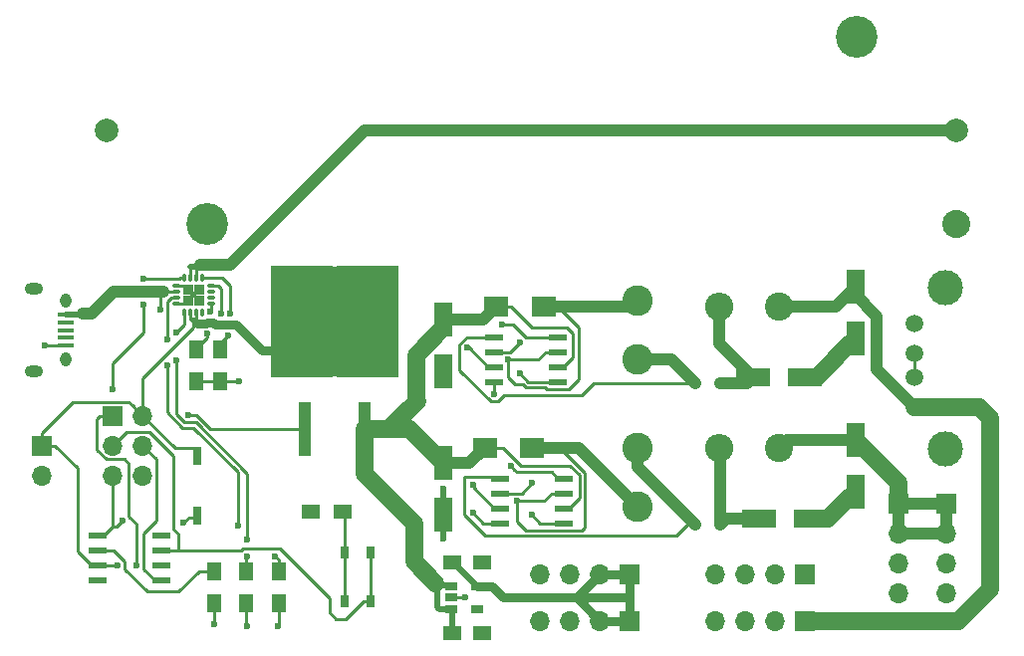
<source format=gtl>
G04 #@! TF.FileFunction,Copper,L1,Top,Signal*
%FSLAX46Y46*%
G04 Gerber Fmt 4.6, Leading zero omitted, Abs format (unit mm)*
G04 Created by KiCad (PCBNEW 4.0.7) date 11/28/17 13:54:14*
%MOMM*%
%LPD*%
G01*
G04 APERTURE LIST*
%ADD10C,0.100000*%
%ADD11R,1.550000X0.600000*%
%ADD12R,1.600000X3.000000*%
%ADD13R,3.000000X1.600000*%
%ADD14R,1.500000X1.250000*%
%ADD15R,0.800000X0.900000*%
%ADD16R,1.300000X1.500000*%
%ADD17R,1.700000X1.700000*%
%ADD18O,1.700000X1.700000*%
%ADD19R,1.350000X0.400000*%
%ADD20O,0.950000X1.250000*%
%ADD21O,1.550000X1.000000*%
%ADD22C,1.500000*%
%ADD23C,3.000000*%
%ADD24C,2.600000*%
%ADD25C,2.400000*%
%ADD26O,2.400000X2.400000*%
%ADD27R,1.100000X4.600000*%
%ADD28R,10.800000X9.400000*%
%ADD29R,5.250000X4.550000*%
%ADD30R,2.000000X1.700000*%
%ADD31C,2.000000*%
%ADD32C,3.550000*%
%ADD33C,2.390000*%
%ADD34O,0.300000X0.750000*%
%ADD35O,0.750000X0.300000*%
%ADD36R,0.900000X0.900000*%
%ADD37C,0.600000*%
%ADD38R,1.060000X0.650000*%
%ADD39R,1.500000X1.300000*%
%ADD40R,0.650000X1.050000*%
%ADD41R,0.760000X1.600000*%
%ADD42C,1.500000*%
%ADD43C,0.500000*%
%ADD44C,0.250000*%
%ADD45C,1.000000*%
%ADD46C,0.750000*%
G04 APERTURE END LIST*
D10*
D11*
X128300000Y-83595000D03*
X128300000Y-84865000D03*
X128300000Y-86135000D03*
X128300000Y-87405000D03*
X133700000Y-87405000D03*
X133700000Y-86135000D03*
X133700000Y-84865000D03*
X133700000Y-83595000D03*
D12*
X123500000Y-70100000D03*
X123500000Y-74500000D03*
D13*
X149800000Y-75000000D03*
X154200000Y-75000000D03*
D12*
X123500000Y-82300000D03*
X123500000Y-86700000D03*
D13*
X150300000Y-87000000D03*
X154700000Y-87000000D03*
D14*
X124250000Y-96750000D03*
X126750000Y-96750000D03*
X124250000Y-90750000D03*
X126750000Y-90750000D03*
D12*
X158500000Y-67300000D03*
X158500000Y-71700000D03*
X158500000Y-80300000D03*
X158500000Y-84700000D03*
D15*
X147000000Y-75500000D03*
X144900000Y-75500000D03*
X147000000Y-87500000D03*
X144900000Y-87500000D03*
D16*
X104000000Y-94200000D03*
X104000000Y-91500000D03*
X109500000Y-94200000D03*
X109500000Y-91500000D03*
X106750000Y-94200000D03*
X106750000Y-91500000D03*
D17*
X154250000Y-95750000D03*
D18*
X151710000Y-95750000D03*
X149170000Y-95750000D03*
X146630000Y-95750000D03*
D17*
X89400000Y-80800000D03*
D18*
X89400000Y-83340000D03*
D19*
X91350000Y-69700000D03*
X91350000Y-70350000D03*
X91350000Y-71000000D03*
X91350000Y-71650000D03*
X91350000Y-72300000D03*
D20*
X91350000Y-68500000D03*
X91350000Y-73500000D03*
D21*
X88650000Y-67500000D03*
X88650000Y-74500000D03*
D22*
X163500000Y-70430000D03*
X163500000Y-72970000D03*
X163500000Y-75000000D03*
X163500000Y-77540000D03*
D23*
X166170000Y-67380000D03*
X166170000Y-81100000D03*
D24*
X140000000Y-73500000D03*
X140000000Y-68500000D03*
X140000000Y-81000000D03*
X140000000Y-86000000D03*
D25*
X152000000Y-69000000D03*
D26*
X146920000Y-69000000D03*
D25*
X152000000Y-81000000D03*
D26*
X146920000Y-81000000D03*
D27*
X111710000Y-79400000D03*
X116790000Y-79400000D03*
D28*
X114250000Y-70250000D03*
D29*
X117025000Y-67825000D03*
X111475000Y-72675000D03*
X111475000Y-67825000D03*
X117025000Y-72675000D03*
D30*
X132000000Y-69000000D03*
X128000000Y-69000000D03*
X131000000Y-81000000D03*
X127000000Y-81000000D03*
D16*
X104500000Y-72650000D03*
X104500000Y-75350000D03*
X102500000Y-72650000D03*
X102500000Y-75350000D03*
D11*
X127800000Y-71595000D03*
X127800000Y-72865000D03*
X127800000Y-74135000D03*
X127800000Y-75405000D03*
X133200000Y-75405000D03*
X133200000Y-74135000D03*
X133200000Y-72865000D03*
X133200000Y-71595000D03*
D31*
X167110000Y-54000000D03*
X94890000Y-54000000D03*
D32*
X158600000Y-46000000D03*
X103400000Y-62000000D03*
D33*
X167110000Y-62000000D03*
D34*
X103000000Y-66525000D03*
X102500000Y-66525000D03*
X102000000Y-66525000D03*
X101500000Y-66525000D03*
D35*
X100775000Y-67250000D03*
X100775000Y-67750000D03*
X100775000Y-68250000D03*
X100775000Y-68750000D03*
D34*
X101500000Y-69475000D03*
X102000000Y-69475000D03*
X102500000Y-69475000D03*
X103000000Y-69475000D03*
D35*
X103725000Y-68750000D03*
X103725000Y-68250000D03*
X103725000Y-67750000D03*
X103725000Y-67250000D03*
D36*
X101800000Y-68450000D03*
X102700000Y-68450000D03*
X101800000Y-67550000D03*
X102700000Y-67550000D03*
D37*
X102250000Y-68000000D03*
X102750000Y-67500000D03*
X102750000Y-68500000D03*
X101750000Y-68500000D03*
X101750000Y-67500000D03*
D38*
X124150000Y-92800000D03*
X124150000Y-93750000D03*
X124150000Y-94700000D03*
X126350000Y-94700000D03*
X126350000Y-92800000D03*
D11*
X94100000Y-88495000D03*
X94100000Y-89765000D03*
X94100000Y-91035000D03*
X94100000Y-92305000D03*
X99500000Y-92305000D03*
X99500000Y-91035000D03*
X99500000Y-89765000D03*
X99500000Y-88495000D03*
D17*
X154250000Y-91750000D03*
D18*
X151710000Y-91750000D03*
X149170000Y-91750000D03*
X146630000Y-91750000D03*
D17*
X166200000Y-85720000D03*
D18*
X166200000Y-88260000D03*
X166200000Y-90800000D03*
X166200000Y-93340000D03*
D17*
X162200000Y-85720000D03*
D18*
X162200000Y-88260000D03*
X162200000Y-90800000D03*
X162200000Y-93340000D03*
D17*
X139330000Y-95750000D03*
D18*
X136790000Y-95750000D03*
X134250000Y-95750000D03*
X131710000Y-95750000D03*
D17*
X139330000Y-91750000D03*
D18*
X136790000Y-91750000D03*
X134250000Y-91750000D03*
X131710000Y-91750000D03*
D17*
X95400000Y-78260000D03*
D18*
X97940000Y-78260000D03*
X95400000Y-80800000D03*
X97940000Y-80800000D03*
X95400000Y-83340000D03*
X97940000Y-83340000D03*
D39*
X114950000Y-86400000D03*
X112250000Y-86400000D03*
D40*
X115125000Y-94075000D03*
X115125000Y-89925000D03*
X117275000Y-94075000D03*
X117275000Y-89925000D03*
D41*
X102600000Y-81660000D03*
X102600000Y-86740000D03*
D37*
X89600000Y-72300000D03*
X131000000Y-84000000D03*
X126000000Y-86500000D03*
X123500000Y-84500000D03*
X123500000Y-88750000D03*
X123500000Y-86700000D03*
X157200000Y-86000000D03*
X156200000Y-87000000D03*
X154700000Y-87000000D03*
X158500000Y-84700000D03*
X157200000Y-73000000D03*
X155700000Y-74500000D03*
X156500000Y-73700000D03*
X158500000Y-71700000D03*
X154200000Y-75000000D03*
X126750000Y-96750000D03*
X126750000Y-90750000D03*
X125300000Y-93750000D03*
X124150000Y-93750000D03*
X112250000Y-86400000D03*
X94100000Y-92305000D03*
X106150000Y-75350000D03*
X130000000Y-72000000D03*
X127800000Y-76400000D03*
X123500000Y-74500000D03*
X125500000Y-72500000D03*
X126032950Y-84125010D03*
X104000000Y-96000000D03*
X101800000Y-78200000D03*
X109400000Y-96150000D03*
X106800000Y-96150000D03*
X95400000Y-76000000D03*
X98000000Y-68800000D03*
X98000000Y-66600000D03*
X99500000Y-91035000D03*
X97400000Y-91000000D03*
X99500000Y-88495000D03*
X95800000Y-91000000D03*
X96200000Y-87200000D03*
X101400000Y-87400000D03*
X103675026Y-69449977D03*
X99400000Y-69200000D03*
X129000000Y-73500000D03*
X129750000Y-85500000D03*
X130000000Y-74700000D03*
X128500000Y-70500000D03*
X129215550Y-82534450D03*
X131000000Y-86700000D03*
X105401221Y-69600005D03*
X105200000Y-71400000D03*
X103411948Y-71292874D03*
X104601218Y-69596410D03*
X106000000Y-87599988D03*
X100000000Y-74000000D03*
X100000000Y-71800000D03*
X109200000Y-90200000D03*
X100800000Y-73600000D03*
X100800000Y-71200000D03*
X106800000Y-88800000D03*
X106800000Y-90200000D03*
D42*
X121250000Y-76990000D02*
X121200000Y-76940000D01*
X123500000Y-70800000D02*
X123500000Y-70100000D01*
X121200000Y-76940000D02*
X121200000Y-73100000D01*
X121200000Y-73100000D02*
X123500000Y-70800000D01*
X116790000Y-79400000D02*
X118840000Y-79400000D01*
X118840000Y-79400000D02*
X121250000Y-76990000D01*
D43*
X123120000Y-92800000D02*
X122827499Y-92507499D01*
X122827499Y-92507499D02*
X124150000Y-92800000D01*
D42*
X121000000Y-87410000D02*
X121000000Y-90680000D01*
X121000000Y-90680000D02*
X122827499Y-92507499D01*
X116790000Y-79400000D02*
X116790000Y-83200000D01*
X116790000Y-83200000D02*
X121000000Y-87410000D01*
X116790000Y-79400000D02*
X120600000Y-79400000D01*
X120600000Y-79400000D02*
X123500000Y-82300000D01*
D43*
X123000000Y-94580000D02*
X123000000Y-92920000D01*
X123000000Y-92920000D02*
X123120000Y-92800000D01*
X124150000Y-94700000D02*
X123120000Y-94700000D01*
X123120000Y-94700000D02*
X123000000Y-94580000D01*
X124250000Y-96750000D02*
X124250000Y-94800000D01*
X124250000Y-94800000D02*
X124150000Y-94700000D01*
D44*
X134500000Y-71234998D02*
X134500000Y-73310000D01*
X134500000Y-73310000D02*
X133675000Y-74135000D01*
X133675000Y-74135000D02*
X133200000Y-74135000D01*
X131000000Y-70750000D02*
X134015002Y-70750000D01*
X134015002Y-70750000D02*
X134500000Y-71234998D01*
X128000000Y-69000000D02*
X129250000Y-69000000D01*
X129250000Y-69000000D02*
X131000000Y-70750000D01*
X135049989Y-83284987D02*
X135049989Y-85260011D01*
X130064998Y-82500000D02*
X134265002Y-82500000D01*
X135049989Y-85260011D02*
X134175000Y-86135000D01*
X134265002Y-82500000D02*
X135049989Y-83284987D01*
X128564998Y-81000000D02*
X130064998Y-82500000D01*
X127000000Y-81000000D02*
X128564998Y-81000000D01*
X134175000Y-86135000D02*
X133700000Y-86135000D01*
D45*
X123500000Y-70100000D02*
X126900000Y-70100000D01*
X126900000Y-70100000D02*
X128000000Y-69000000D01*
X123500000Y-82300000D02*
X125700000Y-82300000D01*
X125700000Y-82300000D02*
X127000000Y-81000000D01*
D44*
X91350000Y-72300000D02*
X89600000Y-72300000D01*
X128300000Y-84865000D02*
X130135000Y-84865000D01*
X130135000Y-84865000D02*
X131000000Y-84000000D01*
X128300000Y-87405000D02*
X126905000Y-87405000D01*
X126905000Y-87405000D02*
X126000000Y-86500000D01*
D43*
X123500000Y-86700000D02*
X123500000Y-84500000D01*
X123500000Y-86700000D02*
X123500000Y-88750000D01*
D42*
X157200000Y-86000000D02*
X158500000Y-84700000D01*
X156200000Y-87000000D02*
X157200000Y-86000000D01*
X154700000Y-87000000D02*
X156200000Y-87000000D01*
X157200000Y-73000000D02*
X158500000Y-71700000D01*
X156500000Y-73700000D02*
X157200000Y-73000000D01*
X155700000Y-74500000D02*
X156500000Y-73700000D01*
X154200000Y-75000000D02*
X155200000Y-75000000D01*
X155200000Y-75000000D02*
X155700000Y-74500000D01*
D44*
X124150000Y-93750000D02*
X125300000Y-93750000D01*
X104500000Y-75350000D02*
X106150000Y-75350000D01*
X102500000Y-75350000D02*
X104500000Y-75350000D01*
X129135000Y-72865000D02*
X130000000Y-72000000D01*
X127800000Y-72865000D02*
X129135000Y-72865000D01*
X127800000Y-75405000D02*
X127800000Y-76400000D01*
X100775000Y-68750000D02*
X101500000Y-68750000D01*
X101500000Y-68750000D02*
X101750000Y-68500000D01*
X100775000Y-67250000D02*
X101500000Y-67250000D01*
X101500000Y-67250000D02*
X101750000Y-67500000D01*
X127800000Y-74135000D02*
X127325000Y-74135000D01*
X127325000Y-74135000D02*
X125690000Y-72500000D01*
X125690000Y-72500000D02*
X125500000Y-72500000D01*
D42*
X170000000Y-93000000D02*
X167250000Y-95750000D01*
X167250000Y-95750000D02*
X154250000Y-95750000D01*
X170000000Y-78500000D02*
X170000000Y-93000000D01*
X169040000Y-77540000D02*
X170000000Y-78500000D01*
X163500000Y-77540000D02*
X169040000Y-77540000D01*
D45*
X158500000Y-67300000D02*
X158500000Y-68000000D01*
X158500000Y-68000000D02*
X160300000Y-69800000D01*
X160300000Y-69800000D02*
X160300000Y-74340000D01*
X160300000Y-74340000D02*
X162750001Y-76790001D01*
X162750001Y-76790001D02*
X163500000Y-77540000D01*
X152000000Y-69000000D02*
X156800000Y-69000000D01*
X156800000Y-69000000D02*
X158500000Y-67300000D01*
D44*
X127825000Y-86135000D02*
X126032950Y-84342950D01*
X128300000Y-86135000D02*
X127825000Y-86135000D01*
X126032950Y-84342950D02*
X126032950Y-84125010D01*
D42*
X158500000Y-80300000D02*
X162200000Y-84000000D01*
X162200000Y-84000000D02*
X162200000Y-85720000D01*
D45*
X166200000Y-88260000D02*
X166200000Y-85720000D01*
X162200000Y-88260000D02*
X162200000Y-85720000D01*
X166200000Y-88260000D02*
X162200000Y-88260000D01*
X162200000Y-85720000D02*
X166200000Y-85720000D01*
X158500000Y-80300000D02*
X158880000Y-80300000D01*
X158500000Y-80300000D02*
X152700000Y-80300000D01*
X152700000Y-80300000D02*
X152000000Y-81000000D01*
D46*
X139330000Y-91750000D02*
X139330000Y-93750000D01*
X139330000Y-93750000D02*
X139330000Y-95750000D01*
X134790000Y-93750000D02*
X139330000Y-93750000D01*
X136790000Y-91750000D02*
X139330000Y-91750000D01*
X136790000Y-95750000D02*
X139330000Y-95750000D01*
X134790000Y-93750000D02*
X136790000Y-91750000D01*
X128580000Y-93750000D02*
X134790000Y-93750000D01*
X134790000Y-93750000D02*
X136790000Y-95750000D01*
X126350000Y-92800000D02*
X127630000Y-92800000D01*
X127630000Y-92800000D02*
X128580000Y-93750000D01*
D43*
X124250000Y-90750000D02*
X124300000Y-90750000D01*
X124300000Y-90750000D02*
X126350000Y-92800000D01*
D44*
X128100002Y-77025002D02*
X127525002Y-77025002D01*
X128644992Y-76480012D02*
X128100002Y-77025002D01*
X126775000Y-71595000D02*
X127800000Y-71595000D01*
X124874998Y-72199998D02*
X125479996Y-71595000D01*
X135269988Y-76480012D02*
X128644992Y-76480012D01*
X124874998Y-74374998D02*
X124874998Y-72199998D01*
X136250000Y-75500000D02*
X135269988Y-76480012D01*
X125479996Y-71595000D02*
X126775000Y-71595000D01*
X144900000Y-75500000D02*
X136250000Y-75500000D01*
X127525002Y-77025002D02*
X124874998Y-74374998D01*
D45*
X140000000Y-73500000D02*
X142900000Y-73500000D01*
X142900000Y-73500000D02*
X144900000Y-75500000D01*
D44*
X125250000Y-83500000D02*
X128205000Y-83500000D01*
X125250000Y-86675004D02*
X125250000Y-83500000D01*
X128205000Y-83500000D02*
X128300000Y-83595000D01*
X127074996Y-88500000D02*
X125250000Y-86675004D01*
X143250000Y-88500000D02*
X127074996Y-88500000D01*
X144250000Y-87500000D02*
X143250000Y-88500000D01*
X144900000Y-87500000D02*
X144250000Y-87500000D01*
D45*
X140000000Y-81000000D02*
X140000000Y-82600000D01*
X140000000Y-82600000D02*
X144900000Y-87500000D01*
D44*
X104000000Y-94200000D02*
X104000000Y-96000000D01*
X102457824Y-78200000D02*
X101800000Y-78200000D01*
X103657824Y-79400000D02*
X102457824Y-78200000D01*
X111710000Y-79400000D02*
X103657824Y-79400000D01*
X99025000Y-92305000D02*
X99500000Y-92305000D01*
X98025002Y-88309996D02*
X98025002Y-91305002D01*
X99115001Y-87219997D02*
X98025002Y-88309996D01*
X99115001Y-81975001D02*
X99115001Y-87219997D01*
X97940000Y-80800000D02*
X99115001Y-81975001D01*
X98025002Y-91305002D02*
X99025000Y-92305000D01*
X109500000Y-94200000D02*
X109500000Y-96050000D01*
X109500000Y-96050000D02*
X109400000Y-96150000D01*
X106750000Y-94200000D02*
X106750000Y-96100000D01*
X106750000Y-96100000D02*
X106800000Y-96150000D01*
X98000000Y-71200000D02*
X95400000Y-73800000D01*
X95400000Y-73800000D02*
X95400000Y-76000000D01*
X98000000Y-68800000D02*
X98000000Y-71200000D01*
X101025000Y-66600000D02*
X98000000Y-66600000D01*
X101500000Y-66525000D02*
X101100000Y-66525000D01*
X101100000Y-66525000D02*
X101025000Y-66600000D01*
X97400000Y-90575736D02*
X97400000Y-91000000D01*
X96764999Y-86839997D02*
X97400000Y-87474998D01*
X96764999Y-82364999D02*
X96764999Y-86839997D01*
X94835999Y-81975001D02*
X96375001Y-81975001D01*
X97400000Y-87474998D02*
X97400000Y-90575736D01*
X94000000Y-81139002D02*
X94835999Y-81975001D01*
X94000000Y-78560000D02*
X94000000Y-81139002D01*
X94300000Y-78260000D02*
X94000000Y-78560000D01*
X95400000Y-78260000D02*
X94300000Y-78260000D01*
X96375001Y-81975001D02*
X96764999Y-82364999D01*
D46*
X108100000Y-72675000D02*
X111475000Y-72675000D01*
X103300308Y-70425010D02*
X103400327Y-70324991D01*
X105900006Y-70475006D02*
X108100000Y-72675000D01*
X104070017Y-70475006D02*
X105900006Y-70475006D01*
X103920002Y-70324991D02*
X104070017Y-70475006D01*
X102699692Y-70425010D02*
X103300308Y-70425010D01*
X102674682Y-70400000D02*
X102699692Y-70425010D01*
X103400327Y-70324991D02*
X103920002Y-70324991D01*
D44*
X92400000Y-82700000D02*
X92400000Y-89810000D01*
X92400000Y-89810000D02*
X93625000Y-91035000D01*
X93625000Y-91035000D02*
X94100000Y-91035000D01*
X89400000Y-80800000D02*
X90500000Y-80800000D01*
X90500000Y-80800000D02*
X92400000Y-82700000D01*
X95765000Y-91035000D02*
X95800000Y-91000000D01*
X94100000Y-91035000D02*
X95765000Y-91035000D01*
X102600000Y-81050000D02*
X100730000Y-81050000D01*
X100730000Y-81050000D02*
X97940000Y-78260000D01*
X89400000Y-80800000D02*
X89400000Y-79700000D01*
X89400000Y-79700000D02*
X92015001Y-77084999D01*
X92015001Y-77084999D02*
X96764999Y-77084999D01*
X96764999Y-77084999D02*
X97090001Y-77410001D01*
X97090001Y-77410001D02*
X97940000Y-78260000D01*
X102200000Y-70800000D02*
X97940000Y-75060000D01*
X97940000Y-75060000D02*
X97940000Y-78260000D01*
X102200000Y-70200000D02*
X102200000Y-70800000D01*
X102500000Y-69475000D02*
X102500000Y-70225318D01*
X102500000Y-70225318D02*
X102674682Y-70400000D01*
D46*
X102674682Y-70400000D02*
X102600000Y-70400000D01*
D43*
X102400000Y-70200000D02*
X102600000Y-70400000D01*
X102200000Y-70200000D02*
X102400000Y-70200000D01*
D44*
X102000000Y-70100000D02*
X102200000Y-70200000D01*
X102100000Y-70200000D02*
X102200000Y-70200000D01*
X102000000Y-69475000D02*
X102000000Y-70100000D01*
X106309996Y-89765000D02*
X101000000Y-89765000D01*
X101000000Y-89765000D02*
X100525000Y-89765000D01*
X95400000Y-80800000D02*
X96575001Y-79624999D01*
X98504001Y-79624999D02*
X100524999Y-81645997D01*
X96575001Y-79624999D02*
X98504001Y-79624999D01*
X100524999Y-81645997D02*
X100524999Y-87859997D01*
X100524999Y-87859997D02*
X101000000Y-88334998D01*
X101000000Y-88334998D02*
X101000000Y-89765000D01*
X106499998Y-89574998D02*
X106309996Y-89765000D01*
X100525000Y-89765000D02*
X99500000Y-89765000D01*
X113800000Y-95000000D02*
X113800000Y-93814998D01*
X115200000Y-95575000D02*
X114375000Y-95575000D01*
X116700000Y-94075000D02*
X115200000Y-95575000D01*
X109560000Y-89574998D02*
X106499998Y-89574998D01*
X114375000Y-95575000D02*
X113800000Y-95000000D01*
X117275000Y-94075000D02*
X116700000Y-94075000D01*
X113800000Y-93814998D02*
X109560000Y-89574998D01*
X117275000Y-89925000D02*
X117275000Y-90700000D01*
X117275000Y-90700000D02*
X117275000Y-94075000D01*
X96200000Y-87200000D02*
X95730000Y-87670000D01*
X95730000Y-87670000D02*
X95400000Y-87670000D01*
X102600000Y-86950000D02*
X101850000Y-86950000D01*
X101850000Y-86950000D02*
X101400000Y-87400000D01*
X95400000Y-83340000D02*
X95400000Y-87670000D01*
X95400000Y-87670000D02*
X94575000Y-88495000D01*
X94575000Y-88495000D02*
X94100000Y-88495000D01*
X103725000Y-68750000D02*
X103725000Y-69400003D01*
X103725000Y-69400003D02*
X103675026Y-69449977D01*
X99400000Y-69200000D02*
X99400000Y-68000000D01*
X99400000Y-68000000D02*
X99650000Y-67750000D01*
D43*
X92800000Y-69600000D02*
X92700000Y-69700000D01*
X92700000Y-69700000D02*
X91350000Y-69700000D01*
D45*
X93600000Y-69600000D02*
X92800000Y-69600000D01*
X95450000Y-67750000D02*
X93600000Y-69600000D01*
X99650000Y-67750000D02*
X95450000Y-67750000D01*
D44*
X100775000Y-67750000D02*
X99650000Y-67750000D01*
X163500000Y-75000000D02*
X163500000Y-72970000D01*
X129424264Y-73500000D02*
X129000000Y-73500000D01*
X131540000Y-73500000D02*
X129424264Y-73500000D01*
X132175000Y-72865000D02*
X131540000Y-73500000D01*
X133200000Y-72865000D02*
X132175000Y-72865000D01*
X129000000Y-73924264D02*
X129000000Y-73500000D01*
X129000000Y-75000000D02*
X129000000Y-73924264D01*
X135000000Y-70750000D02*
X135000000Y-75143599D01*
X129579990Y-75579990D02*
X129000000Y-75000000D01*
X132274990Y-76030001D02*
X132099999Y-75855010D01*
X135000000Y-75143599D02*
X134113598Y-76030001D01*
X134113598Y-76030001D02*
X132274990Y-76030001D01*
X133250000Y-69000000D02*
X135000000Y-70750000D01*
X132000000Y-69000000D02*
X133250000Y-69000000D01*
X132099999Y-75855010D02*
X130518599Y-75855009D01*
X130518599Y-75855009D02*
X130243580Y-75579990D01*
X130243580Y-75579990D02*
X129579990Y-75579990D01*
D45*
X132000000Y-69000000D02*
X139500000Y-69000000D01*
X139500000Y-69000000D02*
X140000000Y-68500000D01*
D44*
X130174264Y-85500000D02*
X129750000Y-85500000D01*
X132040000Y-85500000D02*
X130174264Y-85500000D01*
X132675000Y-84865000D02*
X132040000Y-85500000D01*
X133700000Y-84865000D02*
X132675000Y-84865000D01*
X131000000Y-81000000D02*
X133401413Y-81000000D01*
X133401413Y-81000000D02*
X135500000Y-83098587D01*
X135500000Y-83098587D02*
X135500000Y-87750000D01*
X135500000Y-87750000D02*
X135219999Y-88030001D01*
X135219999Y-88030001D02*
X130530001Y-88030001D01*
X130530001Y-88030001D02*
X129750000Y-87250000D01*
X129750000Y-87250000D02*
X129750000Y-85500000D01*
D45*
X131000000Y-81000000D02*
X135000000Y-81000000D01*
X135000000Y-81000000D02*
X140000000Y-86000000D01*
D44*
X133200000Y-75405000D02*
X130705000Y-75405000D01*
X130705000Y-75405000D02*
X130000000Y-74700000D01*
X128924264Y-70500000D02*
X128500000Y-70500000D01*
X130520004Y-71595000D02*
X129425004Y-70500000D01*
X133200000Y-71595000D02*
X130520004Y-71595000D01*
X129425004Y-70500000D02*
X128924264Y-70500000D01*
X129726100Y-83045000D02*
X129515549Y-82834449D01*
X133225000Y-83595000D02*
X132675000Y-83045000D01*
X129515549Y-82834449D02*
X129215550Y-82534450D01*
X133700000Y-83595000D02*
X133225000Y-83595000D01*
X132675000Y-83045000D02*
X129726100Y-83045000D01*
X133700000Y-87405000D02*
X131705000Y-87405000D01*
X131705000Y-87405000D02*
X131000000Y-86700000D01*
X105401221Y-67201221D02*
X105401221Y-69175741D01*
X104725000Y-66525000D02*
X105401221Y-67201221D01*
X105401221Y-69175741D02*
X105401221Y-69600005D01*
X103000000Y-66525000D02*
X104725000Y-66525000D01*
X104500000Y-72650000D02*
X104500000Y-72100000D01*
X104500000Y-72100000D02*
X105200000Y-71400000D01*
X103411948Y-71638052D02*
X103411948Y-71292874D01*
X104350000Y-67250000D02*
X104601218Y-67501218D01*
X102500000Y-72550000D02*
X103411948Y-71638052D01*
X102500000Y-72650000D02*
X102500000Y-72550000D01*
X103725000Y-67250000D02*
X104350000Y-67250000D01*
X104601218Y-69172146D02*
X104601218Y-69596410D01*
X104601218Y-67501218D02*
X104601218Y-69172146D01*
D43*
X102000000Y-65600000D02*
X102600000Y-65600000D01*
D44*
X102000000Y-65900000D02*
X102000000Y-65600000D01*
X102000000Y-66525000D02*
X102000000Y-65900000D01*
X102500000Y-65700000D02*
X102600000Y-65666666D01*
X102600000Y-65666666D02*
X102800000Y-65600000D01*
X102000000Y-66525000D02*
X102000000Y-66300000D01*
D45*
X105400000Y-65400000D02*
X116800000Y-54000000D01*
X116800000Y-54000000D02*
X167110000Y-54000000D01*
X102800000Y-65400000D02*
X105400000Y-65400000D01*
D43*
X102500000Y-65700000D02*
X102800000Y-65400000D01*
D44*
X102600000Y-65600000D02*
X102800000Y-65600000D01*
X102500000Y-66525000D02*
X102500000Y-65700000D01*
D45*
X147000000Y-75500000D02*
X149300000Y-75500000D01*
X149300000Y-75500000D02*
X149800000Y-75000000D01*
X146920000Y-69000000D02*
X146920000Y-72120000D01*
X146920000Y-72120000D02*
X149800000Y-75000000D01*
X150300000Y-87000000D02*
X147500000Y-87000000D01*
X147500000Y-87000000D02*
X147000000Y-87500000D01*
X147000000Y-87500000D02*
X147000000Y-81080000D01*
X147000000Y-81080000D02*
X146920000Y-81000000D01*
D44*
X100000000Y-71375736D02*
X100000000Y-71800000D01*
X100025001Y-68603234D02*
X100025001Y-71350735D01*
X100378235Y-68250000D02*
X100025001Y-68603234D01*
X100775000Y-68250000D02*
X100378235Y-68250000D01*
X100025001Y-71350735D02*
X100000000Y-71375736D01*
X100000000Y-74424264D02*
X100000000Y-74000000D01*
X100000000Y-77961415D02*
X100000000Y-74424264D01*
X101313598Y-79275013D02*
X100000000Y-77961415D01*
X102260015Y-79275013D02*
X101313598Y-79275013D01*
X106000000Y-83014998D02*
X102260015Y-79275013D01*
X106000000Y-87599988D02*
X106000000Y-83014998D01*
X109500000Y-91500000D02*
X109500000Y-90500000D01*
X109500000Y-90500000D02*
X109200000Y-90200000D01*
X106800000Y-88375736D02*
X106800000Y-88800000D01*
X106800000Y-83178587D02*
X106800000Y-88375736D01*
X101499998Y-78825002D02*
X102446415Y-78825002D01*
X102446415Y-78825002D02*
X106800000Y-83178587D01*
X100800000Y-78125004D02*
X101499998Y-78825002D01*
X100800000Y-73600000D02*
X100800000Y-78125004D01*
X101500000Y-69475000D02*
X101500000Y-70500000D01*
X101500000Y-70500000D02*
X100800000Y-71200000D01*
X106750000Y-91500000D02*
X106750000Y-90250000D01*
X106750000Y-90250000D02*
X106800000Y-90200000D01*
X96425002Y-90699998D02*
X95490004Y-89765000D01*
X98325000Y-93200000D02*
X96425002Y-91300002D01*
X101000000Y-93200000D02*
X98325000Y-93200000D01*
X95125000Y-89765000D02*
X94100000Y-89765000D01*
X95490004Y-89765000D02*
X95125000Y-89765000D01*
X102700000Y-91500000D02*
X101000000Y-93200000D01*
X104000000Y-91500000D02*
X102700000Y-91500000D01*
X96425002Y-91300002D02*
X96425002Y-90699998D01*
X115125000Y-89925000D02*
X115125000Y-86575000D01*
X115125000Y-86575000D02*
X114950000Y-86400000D01*
X115125000Y-94075000D02*
X115125000Y-89925000D01*
M02*

</source>
